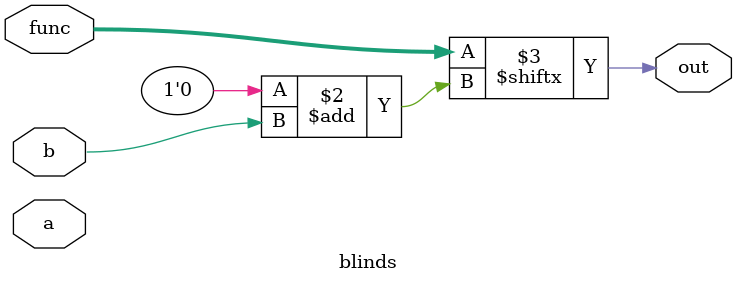
<source format=v>

`timescale 1ns / 100ps

module blinds(
    input a,
    input b,
    input [3:0] func,
    output out
    );
    
    wire   out;
         
      //Todo: add you logic here
	assign out = func[(a << 1) + b];

endmodule

</source>
